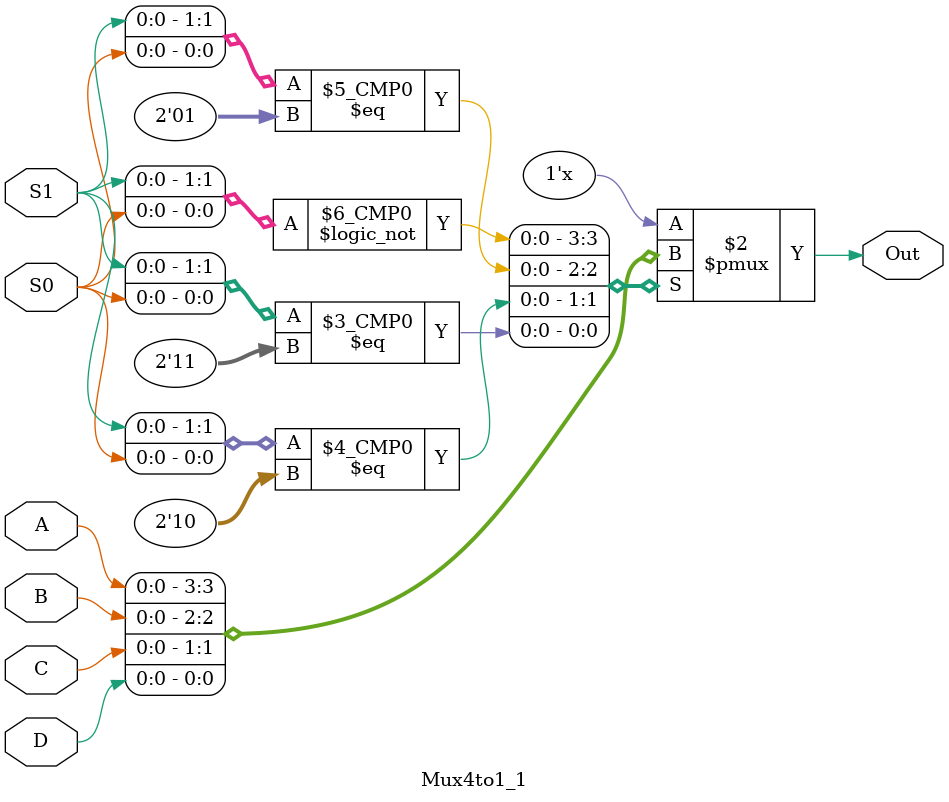
<source format=v>
module Mux4to1_1(A,B,C,D,S1,S0,Out);
input A,B,C,D,S1,S0;
output Out;
reg Out;

  always @(A or B or C or S1 or S0)
  begin
    case ({S1,S0})
      2'b00:Out=A;
      2'b01:Out=B;
      2'b10:Out=C;
      2'b11:Out=D;
      
    endcase
  end
endmodule
</source>
